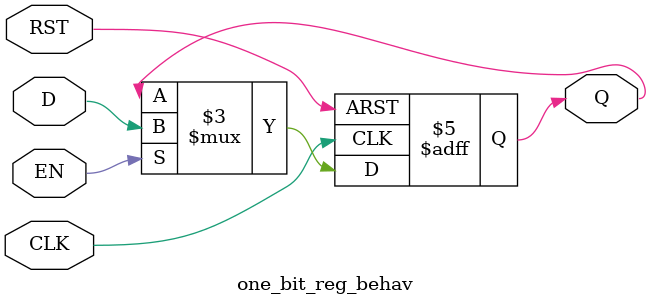
<source format=v>
`timescale 1ns / 1ps


module one_bit_reg_behav(
    input wire D,
    input wire EN,
    input wire RST,
    input wire CLK,
    output reg Q
    );
    
    always @(posedge CLK or negedge RST) begin
        if (!RST) 
            Q <= 0;
        else if (EN)
            Q <= D;
    end
endmodule

</source>
